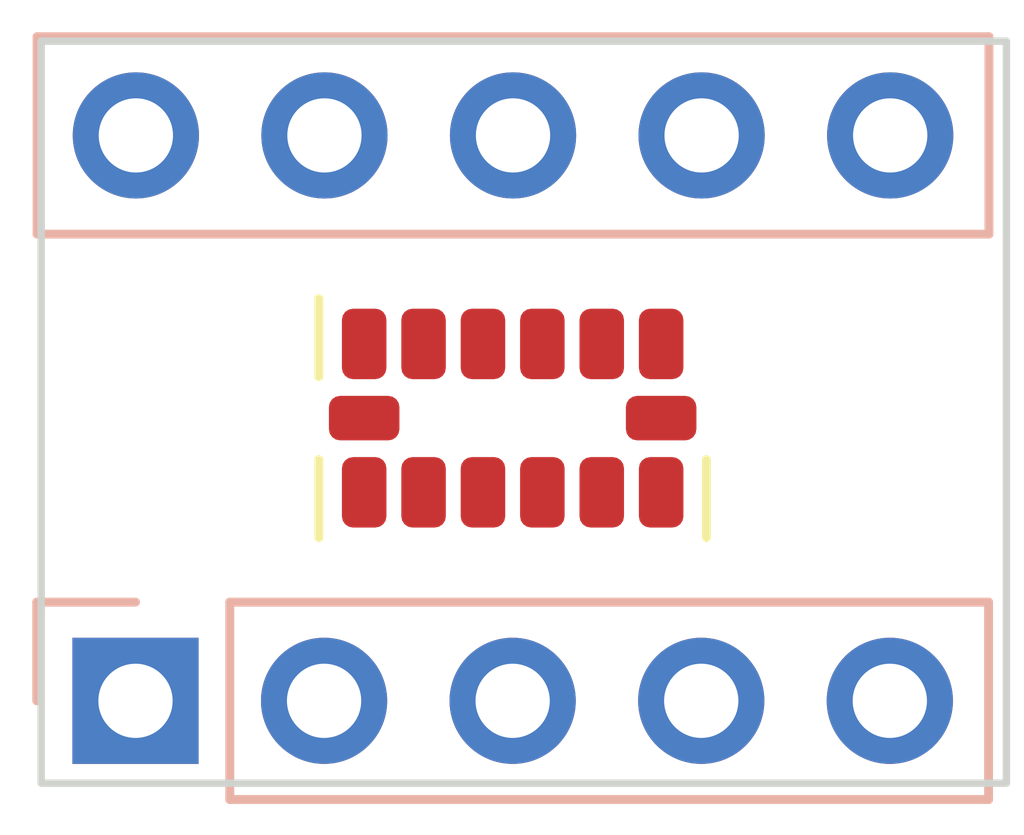
<source format=kicad_pcb>
(kicad_pcb (version 20221018) (generator pcbnew)
  (layers (0 "F.Cu" signal) (31 "B.Cu" signal) (34 "B.Paste" user) (35 "F.Paste" user) (36 "B.SilkS" user "B.Silkscreen") (37 "F.SilkS" user "F.Silkscreen") (38 "B.Mask" user) (39 "F.Mask" user) (44 "Edge.Cuts" user))
  (net 0 "")
  (footprint "Package_LGA:LGA-14_3x5mm_P0.8mm_LayoutBorder1x6y" (layer "F.Cu") (at 6.345 5.08 -90)
    (fp_text reference "REF**" hide)
    (fp_text value "LGA-14_3x5mm_P0.8mm_LayoutBorder1x6y" hide)
    (fp_line (start -0.56 2.61) (end -1.61 2.61) (stroke (width 0.12)) (layer "F.SilkS"))
    (fp_line (start 0.56 -2.61) (end 1.61 -2.61) (stroke (width 0.12)) (layer "F.SilkS"))
    (fp_line (start 0.56 2.61) (end 1.61 2.61) (stroke (width 0.12)) (layer "F.SilkS"))
    (pad "1" smd roundrect (at -1 -2 270) (size 0.95 0.6) (layers "F.Cu" "F.Paste" "F.Mask"))
    (pad "2" smd roundrect (at -1 -1.2 270) (size 0.95 0.6) (layers "F.Cu" "F.Paste" "F.Mask"))
    (pad "3" smd roundrect (at -1 -0.4 270) (size 0.95 0.6) (layers "F.Cu" "F.Paste" "F.Mask"))
    (pad "4" smd roundrect (at -1 0.4 270) (size 0.95 0.6) (layers "F.Cu" "F.Paste" "F.Mask"))
    (pad "5" smd roundrect (at -1 1.2 270) (size 0.95 0.6) (layers "F.Cu" "F.Paste" "F.Mask"))
    (pad "6" smd roundrect (at -1 2 270) (size 0.95 0.6) (layers "F.Cu" "F.Paste" "F.Mask"))
    (pad "7" smd roundrect (at 0 2 270) (size 0.6 0.95) (layers "F.Cu" "F.Paste" "F.Mask"))
    (pad "8" smd roundrect (at 1 2 270) (size 0.95 0.6) (layers "F.Cu" "F.Paste" "F.Mask"))
    (pad "9" smd roundrect (at 1 1.2 270) (size 0.95 0.6) (layers "F.Cu" "F.Paste" "F.Mask"))
    (pad "10" smd roundrect (at 1 0.4 270) (size 0.95 0.6) (layers "F.Cu" "F.Paste" "F.Mask"))
    (pad "11" smd roundrect (at 1 -0.4 270) (size 0.95 0.6) (layers "F.Cu" "F.Paste" "F.Mask"))
    (pad "12" smd roundrect (at 1 -1.2 270) (size 0.95 0.6) (layers "F.Cu" "F.Paste" "F.Mask"))
    (pad "13" smd roundrect (at 1 -2 270) (size 0.95 0.6) (layers "F.Cu" "F.Paste" "F.Mask"))
    (pad "14" smd roundrect (at 0 -2 270) (size 0.6 0.95) (layers "F.Cu" "F.Paste" "F.Mask"))
  )
  (footprint "Connector_PinHeader_2.54mm:PinHeader_1x05_P2.54mm_Vertical" (layer "B.Cu") (at 1.27 1.27 -90)
    (fp_text reference "REF**" hide)
    (fp_text value "PinHeader_1x05_P2.54mm_Vertical" hide)
    (fp_line (start -1.33 -11.49) (end 1.33 -11.49) (stroke (width 0.12)) (layer "B.SilkS"))
    (fp_line (start -1.33 1.33) (end -1.33 -11.49) (stroke (width 0.12)) (layer "B.SilkS"))
    (fp_line (start -1.33 1.33) (end 1.33 1.33) (stroke (width 0.12)) (layer "B.SilkS"))
    (fp_line (start 1.33 1.33) (end 1.33 -11.49) (stroke (width 0.12)) (layer "B.SilkS"))
    (pad "1" thru_hole oval (at 0 0 270) (size 1.7 1.7) (drill 1) (layers "*.Cu" "*.Mask"))
    (pad "2" thru_hole oval (at 0 -2.54 270) (size 1.7 1.7) (drill 1) (layers "*.Cu" "*.Mask"))
    (pad "3" thru_hole oval (at 0 -5.08 270) (size 1.7 1.7) (drill 1) (layers "*.Cu" "*.Mask"))
    (pad "4" thru_hole oval (at 0 -7.62 270) (size 1.7 1.7) (drill 1) (layers "*.Cu" "*.Mask"))
    (pad "5" thru_hole oval (at 0 -10.16 270) (size 1.7 1.7) (drill 1) (layers "*.Cu" "*.Mask"))
  )
  (footprint "Connector_PinHeader_2.54mm:PinHeader_1x05_P2.54mm_Vertical" (layer "B.Cu") (at 1.265 8.89 -90)
    (fp_text reference "REF**" hide)
    (fp_text value "PinHeader_1x05_P2.54mm_Vertical" hide)
    (fp_line (start -1.33 -11.49) (end 1.33 -11.49) (stroke (width 0.12)) (layer "B.SilkS"))
    (fp_line (start -1.33 -1.27) (end -1.33 -11.49) (stroke (width 0.12)) (layer "B.SilkS"))
    (fp_line (start -1.33 -1.27) (end 1.33 -1.27) (stroke (width 0.12)) (layer "B.SilkS"))
    (fp_line (start -1.33 0) (end -1.33 1.33) (stroke (width 0.12)) (layer "B.SilkS"))
    (fp_line (start -1.33 1.33) (end 0 1.33) (stroke (width 0.12)) (layer "B.SilkS"))
    (fp_line (start 1.33 -1.27) (end 1.33 -11.49) (stroke (width 0.12)) (layer "B.SilkS"))
    (pad "1" thru_hole rect (at 0 0 270) (size 1.7 1.7) (drill 1) (layers "*.Cu" "*.Mask"))
    (pad "2" thru_hole oval (at 0 -2.54 270) (size 1.7 1.7) (drill 1) (layers "*.Cu" "*.Mask"))
    (pad "3" thru_hole oval (at 0 -5.08 270) (size 1.7 1.7) (drill 1) (layers "*.Cu" "*.Mask"))
    (pad "4" thru_hole oval (at 0 -7.62 270) (size 1.7 1.7) (drill 1) (layers "*.Cu" "*.Mask"))
    (pad "5" thru_hole oval (at 0 -10.16 270) (size 1.7 1.7) (drill 1) (layers "*.Cu" "*.Mask"))
  )
  (gr_rect (start -0.005 0) (end 12.995 10) (stroke (width 0.1)) (fill none) (layer "Edge.Cuts"))
)
</source>
